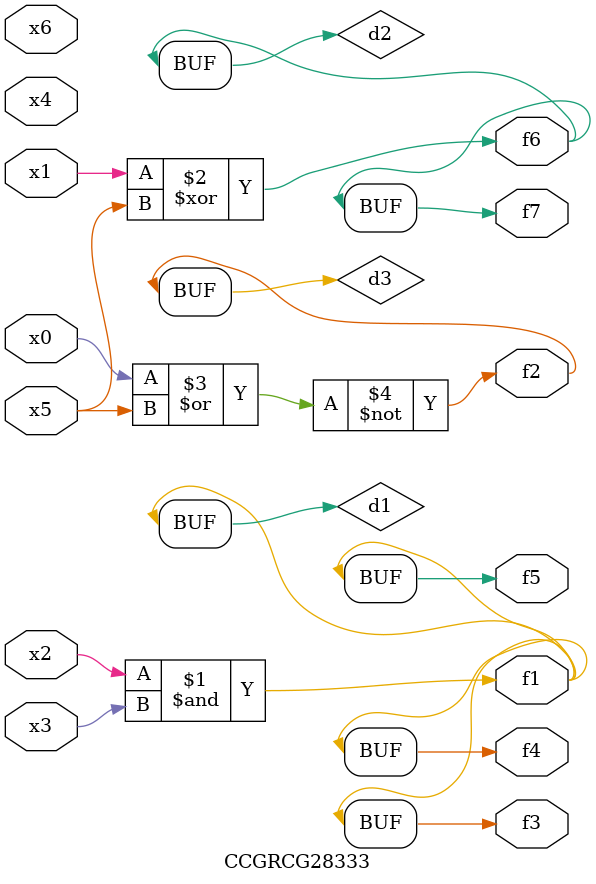
<source format=v>
module CCGRCG28333(
	input x0, x1, x2, x3, x4, x5, x6,
	output f1, f2, f3, f4, f5, f6, f7
);

	wire d1, d2, d3;

	and (d1, x2, x3);
	xor (d2, x1, x5);
	nor (d3, x0, x5);
	assign f1 = d1;
	assign f2 = d3;
	assign f3 = d1;
	assign f4 = d1;
	assign f5 = d1;
	assign f6 = d2;
	assign f7 = d2;
endmodule

</source>
